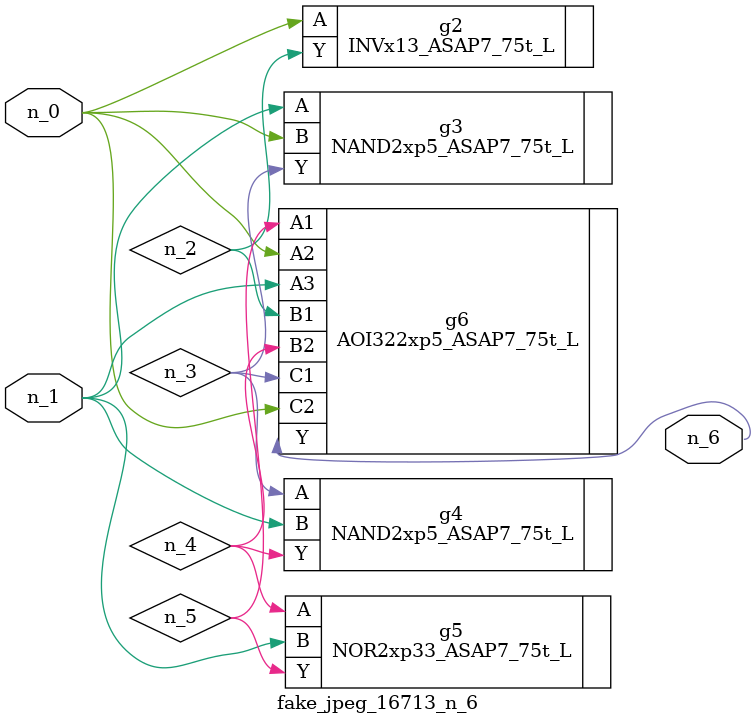
<source format=v>
module fake_jpeg_16713_n_6 (n_0, n_1, n_6);

input n_0;
input n_1;

output n_6;

wire n_3;
wire n_2;
wire n_4;
wire n_5;

INVx13_ASAP7_75t_L g2 ( 
.A(n_0),
.Y(n_2)
);

NAND2xp5_ASAP7_75t_L g3 ( 
.A(n_1),
.B(n_0),
.Y(n_3)
);

NAND2xp5_ASAP7_75t_L g4 ( 
.A(n_3),
.B(n_1),
.Y(n_4)
);

NOR2xp33_ASAP7_75t_L g5 ( 
.A(n_4),
.B(n_1),
.Y(n_5)
);

AOI322xp5_ASAP7_75t_L g6 ( 
.A1(n_5),
.A2(n_0),
.A3(n_1),
.B1(n_2),
.B2(n_4),
.C1(n_3),
.C2(n_0),
.Y(n_6)
);


endmodule
</source>
